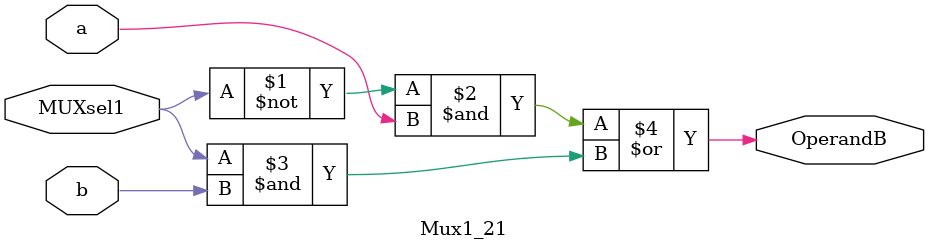
<source format=sv>
`timescale 1ns / 1ps


module Mux1_21(
    input a,
    input b,
    input MUXsel1,
    output OperandB
    );
    
    assign OperandB = ((~MUXsel1)&a) | (MUXsel1 & b);
    
endmodule

</source>
